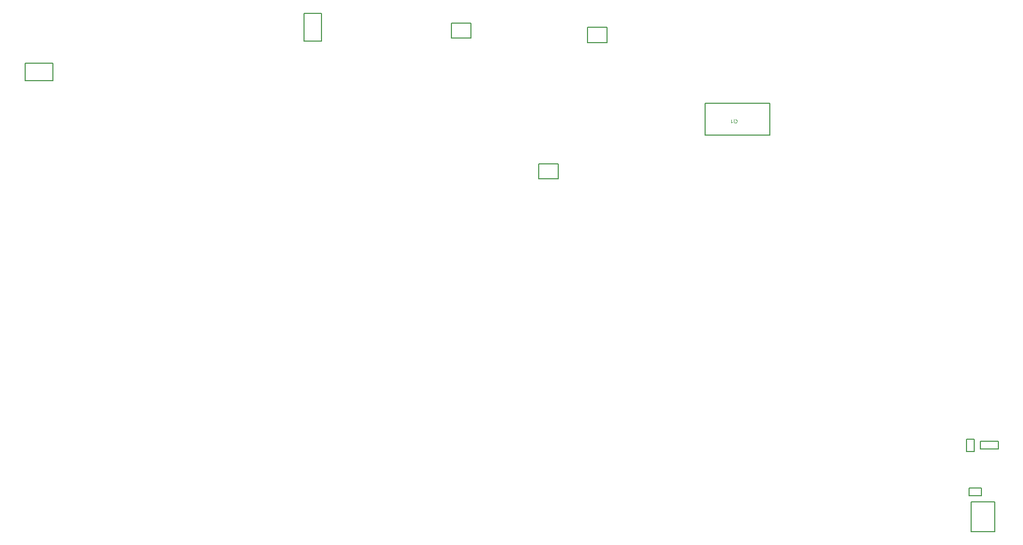
<source format=gbr>
%TF.GenerationSoftware,Altium Limited,Altium Designer,24.3.1 (35)*%
G04 Layer_Color=8388736*
%FSLAX43Y43*%
%MOMM*%
%TF.SameCoordinates,76E1361F-AA3B-45A8-A24B-41510BF92E79*%
%TF.FilePolarity,Positive*%
%TF.FileFunction,Other,Bottom_3D_Body*%
%TF.Part,Single*%
G01*
G75*
%TA.AperFunction,NonConductor*%
%ADD94C,0.200*%
G36*
X128488Y74425D02*
X128489Y74426D01*
X128493Y74429D01*
X128499Y74435D01*
X128508Y74442D01*
X128519Y74450D01*
X128532Y74459D01*
X128546Y74469D01*
X128563Y74479D01*
X128564D01*
X128564Y74480D01*
X128567Y74482D01*
X128570Y74483D01*
X128579Y74488D01*
X128590Y74494D01*
X128603Y74501D01*
X128617Y74508D01*
X128631Y74514D01*
X128645Y74520D01*
Y74443D01*
X128644D01*
X128642Y74442D01*
X128639Y74440D01*
X128634Y74438D01*
X128629Y74435D01*
X128622Y74431D01*
X128606Y74423D01*
X128589Y74412D01*
X128569Y74398D01*
X128549Y74384D01*
X128530Y74368D01*
X128529Y74368D01*
X128528Y74367D01*
X128525Y74364D01*
X128522Y74361D01*
X128514Y74353D01*
X128503Y74341D01*
X128492Y74329D01*
X128480Y74314D01*
X128469Y74299D01*
X128460Y74283D01*
X128409D01*
Y74926D01*
X128488D01*
Y74425D01*
D02*
G37*
G36*
X128804Y74974D02*
X128808Y74973D01*
X128813Y74970D01*
X128819Y74968D01*
X128827Y74964D01*
X128835Y74960D01*
X128844Y74956D01*
X128865Y74945D01*
X128888Y74932D01*
X128913Y74916D01*
X128938Y74898D01*
X128939D01*
X128942Y74899D01*
X128945Y74901D01*
X128951Y74903D01*
X128958Y74907D01*
X128965Y74910D01*
X128974Y74913D01*
X128984Y74917D01*
X128996Y74921D01*
X129008Y74924D01*
X129021Y74928D01*
X129035Y74931D01*
X129064Y74935D01*
X129080Y74936D01*
X129096Y74937D01*
X129104D01*
X129111Y74936D01*
X129118Y74935D01*
X129127Y74934D01*
X129137Y74933D01*
X129148Y74932D01*
X129173Y74927D01*
X129199Y74919D01*
X129213Y74914D01*
X129226Y74908D01*
X129240Y74903D01*
X129253Y74895D01*
X129254Y74894D01*
X129257Y74893D01*
X129260Y74891D01*
X129265Y74888D01*
X129271Y74883D01*
X129278Y74878D01*
X129285Y74872D01*
X129293Y74865D01*
X129303Y74857D01*
X129311Y74848D01*
X129320Y74838D01*
X129329Y74828D01*
X129338Y74817D01*
X129347Y74804D01*
X129363Y74778D01*
Y74777D01*
X129364Y74774D01*
X129366Y74770D01*
X129368Y74764D01*
X129371Y74757D01*
X129374Y74748D01*
X129378Y74738D01*
X129381Y74728D01*
X129385Y74715D01*
X129388Y74702D01*
X129392Y74688D01*
X129394Y74673D01*
X129398Y74641D01*
X129399Y74623D01*
X129400Y74606D01*
Y74605D01*
Y74602D01*
Y74597D01*
X129399Y74590D01*
Y74582D01*
X129398Y74572D01*
X129397Y74561D01*
X129395Y74549D01*
X129393Y74536D01*
X129391Y74523D01*
X129384Y74493D01*
X129374Y74464D01*
X129368Y74449D01*
X129362Y74434D01*
X129361Y74433D01*
X129360Y74431D01*
X129358Y74427D01*
X129354Y74422D01*
X129351Y74415D01*
X129346Y74408D01*
X129340Y74399D01*
X129333Y74390D01*
X129318Y74371D01*
X129299Y74351D01*
X129278Y74332D01*
X129265Y74324D01*
X129253Y74315D01*
X129252Y74314D01*
X129249Y74314D01*
X129245Y74311D01*
X129240Y74309D01*
X129233Y74306D01*
X129225Y74302D01*
X129217Y74299D01*
X129206Y74294D01*
X129195Y74291D01*
X129183Y74287D01*
X129169Y74284D01*
X129156Y74281D01*
X129126Y74276D01*
X129110Y74275D01*
X129093Y74274D01*
X129085D01*
X129078Y74275D01*
X129071Y74276D01*
X129062Y74277D01*
X129052Y74278D01*
X129040Y74279D01*
X129016Y74284D01*
X128989Y74292D01*
X128975Y74297D01*
X128962Y74303D01*
X128948Y74309D01*
X128934Y74317D01*
X128933Y74318D01*
X128931Y74319D01*
X128928Y74321D01*
X128923Y74324D01*
X128917Y74329D01*
X128909Y74334D01*
X128902Y74340D01*
X128893Y74348D01*
X128885Y74355D01*
X128876Y74364D01*
X128867Y74374D01*
X128858Y74384D01*
X128849Y74396D01*
X128841Y74408D01*
X128825Y74435D01*
X128824Y74436D01*
X128823Y74438D01*
X128822Y74443D01*
X128819Y74448D01*
X128817Y74455D01*
X128814Y74464D01*
X128810Y74473D01*
X128806Y74484D01*
X128803Y74497D01*
X128799Y74510D01*
X128796Y74523D01*
X128794Y74538D01*
X128789Y74571D01*
X128788Y74588D01*
Y74606D01*
Y74607D01*
Y74609D01*
Y74613D01*
Y74619D01*
X128788Y74626D01*
Y74634D01*
X128789Y74643D01*
X128791Y74653D01*
X128794Y74675D01*
X128798Y74699D01*
X128803Y74724D01*
X128812Y74748D01*
Y74749D01*
X128813Y74751D01*
X128814Y74754D01*
X128816Y74759D01*
X128818Y74764D01*
X128822Y74771D01*
X128830Y74785D01*
X128840Y74803D01*
X128853Y74821D01*
X128868Y74839D01*
X128884Y74858D01*
X128883Y74858D01*
X128882Y74859D01*
X128878Y74862D01*
X128874Y74864D01*
X128869Y74868D01*
X128863Y74872D01*
X128848Y74880D01*
X128832Y74890D01*
X128814Y74900D01*
X128794Y74909D01*
X128775Y74917D01*
X128801Y74975D01*
X128802D01*
X128804Y74974D01*
D02*
G37*
%LPC*%
G36*
X129093Y74864D02*
X129086D01*
X129077Y74863D01*
X129065Y74862D01*
X129053Y74860D01*
X129038Y74858D01*
X129023Y74853D01*
X129008Y74848D01*
X129008D01*
X129009Y74847D01*
X129014Y74843D01*
X129023Y74838D01*
X129033Y74833D01*
X129046Y74828D01*
X129060Y74821D01*
X129075Y74816D01*
X129092Y74811D01*
X129071Y74749D01*
X129070D01*
X129068Y74750D01*
X129063Y74752D01*
X129058Y74753D01*
X129053Y74755D01*
X129045Y74758D01*
X129037Y74761D01*
X129028Y74765D01*
X129009Y74773D01*
X128989Y74784D01*
X128969Y74797D01*
X128950Y74811D01*
X128949Y74810D01*
X128947Y74808D01*
X128943Y74803D01*
X128938Y74798D01*
X128933Y74791D01*
X128926Y74782D01*
X128919Y74772D01*
X128913Y74759D01*
X128906Y74746D01*
X128898Y74731D01*
X128893Y74714D01*
X128887Y74696D01*
X128882Y74676D01*
X128878Y74654D01*
X128876Y74631D01*
X128875Y74606D01*
Y74605D01*
Y74603D01*
Y74598D01*
Y74593D01*
X128876Y74586D01*
X128877Y74578D01*
X128878Y74569D01*
X128878Y74560D01*
X128882Y74538D01*
X128886Y74516D01*
X128893Y74493D01*
X128902Y74470D01*
Y74469D01*
X128903Y74468D01*
X128904Y74464D01*
X128907Y74460D01*
X128909Y74456D01*
X128913Y74450D01*
X128922Y74437D01*
X128933Y74423D01*
X128946Y74408D01*
X128961Y74393D01*
X128979Y74380D01*
X128980D01*
X128982Y74378D01*
X128984Y74377D01*
X128988Y74375D01*
X128993Y74373D01*
X128998Y74370D01*
X129005Y74367D01*
X129013Y74364D01*
X129029Y74358D01*
X129048Y74353D01*
X129070Y74349D01*
X129093Y74348D01*
X129103D01*
X129109Y74349D01*
X129118Y74349D01*
X129127Y74351D01*
X129138Y74354D01*
X129148Y74356D01*
X129161Y74359D01*
X129173Y74364D01*
X129187Y74368D01*
X129200Y74375D01*
X129213Y74383D01*
X129226Y74391D01*
X129238Y74401D01*
X129251Y74413D01*
X129252Y74413D01*
X129253Y74416D01*
X129257Y74419D01*
X129261Y74425D01*
X129265Y74432D01*
X129270Y74440D01*
X129276Y74450D01*
X129282Y74461D01*
X129288Y74474D01*
X129293Y74488D01*
X129298Y74504D01*
X129303Y74522D01*
X129307Y74540D01*
X129310Y74561D01*
X129312Y74583D01*
X129313Y74606D01*
Y74608D01*
Y74612D01*
X129312Y74618D01*
Y74627D01*
X129311Y74637D01*
X129309Y74649D01*
X129308Y74663D01*
X129305Y74677D01*
X129302Y74692D01*
X129298Y74708D01*
X129293Y74723D01*
X129287Y74739D01*
X129279Y74755D01*
X129271Y74770D01*
X129262Y74784D01*
X129251Y74798D01*
X129250Y74798D01*
X129248Y74800D01*
X129244Y74803D01*
X129240Y74808D01*
X129233Y74813D01*
X129226Y74818D01*
X129218Y74825D01*
X129208Y74831D01*
X129198Y74837D01*
X129185Y74843D01*
X129173Y74848D01*
X129158Y74853D01*
X129143Y74858D01*
X129128Y74862D01*
X129111Y74863D01*
X129093Y74864D01*
D02*
G37*
%LPD*%
D94*
X16541Y81294D02*
Y84214D01*
X11941Y81294D02*
X16541D01*
X11941D02*
Y84214D01*
X16541D01*
X57931Y87826D02*
X60851D01*
X57931D02*
Y92426D01*
X60851D01*
Y87826D02*
Y92426D01*
X134700Y72335D02*
Y77615D01*
X124100D02*
X134700D01*
X124100Y72335D02*
Y77615D01*
Y72335D02*
X134700D01*
X82250Y90825D02*
X85450D01*
X82250Y88325D02*
Y90825D01*
Y88325D02*
X85450D01*
Y90825D01*
X104725Y90125D02*
X107925D01*
X104725Y87625D02*
Y90125D01*
Y87625D02*
X107925D01*
Y90125D01*
X99850Y65115D02*
Y67615D01*
X96650Y65115D02*
X99850D01*
X96650D02*
Y67615D01*
X99850D01*
X169487Y20601D02*
Y21901D01*
Y20601D02*
X172387D01*
Y21901D01*
X169487D02*
X172387D01*
X168407Y20201D02*
Y22201D01*
X167157D02*
X168407D01*
X167157Y20201D02*
Y22201D01*
Y20201D02*
X168407D01*
X171787Y7026D02*
Y11926D01*
X167887Y7026D02*
X171787D01*
X167887D02*
Y11926D01*
X171787D01*
X167612Y12951D02*
Y14201D01*
X169612D01*
Y12951D02*
Y14201D01*
X167612Y12951D02*
X169612D01*
%TF.MD5,ee8a031b768bca93113d4767f83af67b*%
M02*

</source>
